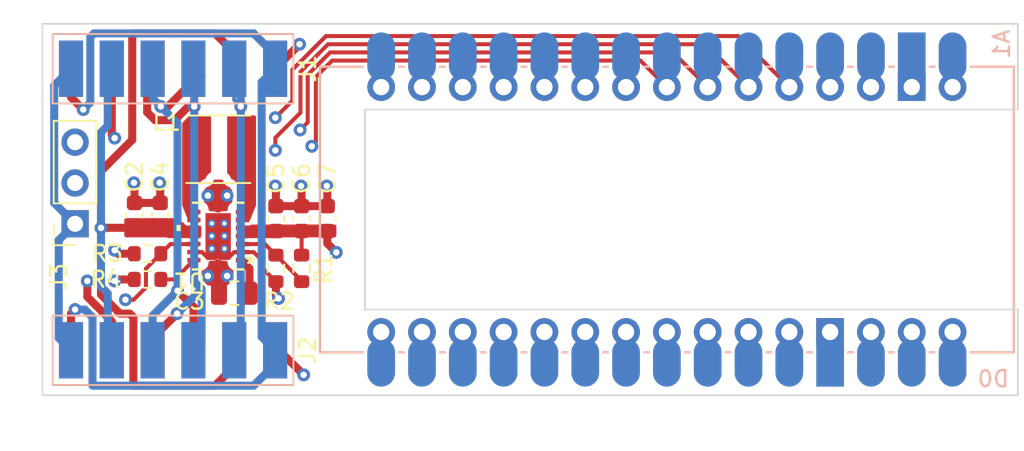
<source format=kicad_pcb>
(kicad_pcb (version 20221018) (generator pcbnew)
  (layers (0 "F.Cu" signal) (1 "In1.Cu" signal) (2 "In2.Cu" signal) (31 "B.Cu" signal) (34 "B.Paste" user) (35 "F.Paste" user) (36 "B.SilkS" user "B.Silkscreen") (37 "F.SilkS" user "F.Silkscreen") (38 "B.Mask" user) (39 "F.Mask" user) (44 "Edge.Cuts" user))
  (net 0 "")
  (net 6 "SDA")
  (net 7 "SCL")
  (net 24 "GND")
  (net 27 "Net-(U1-VINA)")
  (net 28 "Net-(L1-Pad1)")
  (net 29 "Net-(L1-Pad2)")
  (net 30 "Net-(U1-FB)")
  (net 31 "Net-(U1-PG)")
  (net 32 "Vbat")
  (net 33 "EN")
  (net 34 "A_SCL")
  (net 35 "A_SDA")
  (net 36 "Vcoin")
  (net 37 "Vcc")
  (footprint "Capacitor_SMD:C_0603_1608Metric" (layer "F.Cu") (at 124.5877 95.1786 90)
    (fp_text reference "C6" (at 2.5 0 90) (layer "F.SilkS"))
    (fp_text value "22uF")
    (fp_line (start -0.14058 -0.51) (end 0.14058 -0.51) (stroke (width 0.12)) (layer "F.SilkS"))
    (fp_line (start -0.14058 0.51) (end 0.14058 0.51) (stroke (width 0.12)) (layer "F.SilkS"))
    (pad "1" smd roundrect (at -0.775 0 90) (size 0.9 0.95) (layers "F.Cu" "F.Paste" "F.Mask") (net 37 "Vcc"))
    (pad "2" smd roundrect (at 0.775 0 90) (size 0.9 0.95) (layers "F.Cu" "F.Paste" "F.Mask") (net 24 "GND"))
  )
  (footprint "Capacitor_SMD:C_0805_2012Metric" (layer "F.Cu") (at 120.396 99.822 180)
    (fp_text reference "C3" (at 2.794 -0.508) (layer "F.SilkS"))
    (fp_text value "100nF")
    (fp_line (start -0.261252 -0.735) (end 0.261252 -0.735) (stroke (width 0.12)) (layer "F.SilkS"))
    (fp_line (start -0.261252 0.735) (end 0.261252 0.735) (stroke (width 0.12)) (layer "F.SilkS"))
    (pad "1" smd roundrect (at -0.95 0 180) (size 1 1.45) (layers "F.Cu" "F.Paste" "F.Mask") (net 27 "Net-(U1-VINA)"))
    (pad "2" smd roundrect (at 0.95 0 180) (size 1 1.45) (layers "F.Cu" "F.Paste" "F.Mask") (net 24 "GND"))
  )
  (footprint "Resistor_SMD:R_0603_1608Metric" (layer "F.Cu") (at 115.0003 97.366 180)
    (fp_text reference "R3" (at 2.5 0) (layer "F.SilkS"))
    (fp_text value "1M")
    (fp_line (start -0.237258 -0.5225) (end 0.237258 -0.5225) (stroke (width 0.12)) (layer "F.SilkS"))
    (fp_line (start -0.237258 0.5225) (end 0.237258 0.5225) (stroke (width 0.12)) (layer "F.SilkS"))
    (pad "1" smd roundrect (at -0.825 0 180) (size 0.8 0.95) (layers "F.Cu" "F.Paste" "F.Mask") (net 33 "EN"))
    (pad "2" smd roundrect (at 0.825 0 180) (size 0.8 0.95) (layers "F.Cu" "F.Paste" "F.Mask") (net 24 "GND"))
  )
  (footprint "Portapack_Mayhem:External Module" (layer "F.Cu") (at 117.856 85.852)
    (fp_text reference "J1" (at 7.112 0 90) (layer "F.SilkS"))
    (fp_text value "Conn_01x06")
    (fp_line (start -8.763 2.159) (end -8.763 -2.159) (stroke (width 0.12)) (layer "B.SilkS"))
    (fp_line (start 6.223 -2.159) (end -8.763 -2.159) (stroke (width 0.12)) (layer "B.SilkS"))
    (fp_line (start 6.223 2.159) (end -8.763 2.159) (stroke (width 0.12)) (layer "B.SilkS"))
    (fp_line (start 6.223 2.159) (end 6.223 -2.159) (stroke (width 0.12)) (layer "B.SilkS"))
    (fp_line (start -8.763 -2.159) (end 6.223 -2.159) (stroke (width 0.12)) (layer "F.SilkS"))
    (fp_line (start -8.763 2.159) (end -8.763 -2.159) (stroke (width 0.12)) (layer "F.SilkS"))
    (fp_line (start -8.763 2.159) (end 6.223 2.159) (stroke (width 0.12)) (layer "F.SilkS"))
    (fp_line (start 6.223 2.159) (end 6.223 -2.159) (stroke (width 0.12)) (layer "F.SilkS"))
    (pad "1" smd rect (at -7.62 0) (size 1.5 3.5) (layers "B.Cu" "B.Paste" "B.Mask") (net 24 "GND"))
    (pad "1" smd rect (at 5.08 0) (size 1.5 3.5) (layers "F.Cu" "F.Paste" "F.Mask") (net 24 "GND"))
    (pad "2" smd rect (at -5.08 0) (size 1.5 3.5) (layers "B.Cu" "B.Paste" "B.Mask") (net 32 "Vbat"))
    (pad "2" smd rect (at 2.54 0) (size 1.5 3.5) (layers "F.Cu" "F.Paste" "F.Mask") (net 32 "Vbat"))
    (pad "3" smd rect (at -2.54 0) (size 1.5 3.5) (layers "B.Cu" "B.Paste" "B.Mask") (net 7 "SCL"))
    (pad "3" smd rect (at 0 0) (size 1.5 3.5) (layers "F.Cu" "F.Paste" "F.Mask") (net 7 "SCL"))
    (pad "4" smd rect (at -2.54 0) (size 1.5 3.5) (layers "F.Cu" "F.Paste" "F.Mask") (net 6 "SDA"))
    (pad "4" smd rect (at 0 0) (size 1.5 3.5) (layers "B.Cu" "B.Paste" "B.Mask") (net 6 "SDA"))
    (pad "5" smd rect (at -5.08 0) (size 1.5 3.5) (layers "F.Cu" "F.Paste" "F.Mask") (net 33 "EN"))
    (pad "5" smd rect (at 2.54 0) (size 1.5 3.5) (layers "B.Cu" "B.Paste" "B.Mask") (net 33 "EN"))
    (pad "6" smd rect (at -7.62 0) (size 1.5 3.5) (layers "F.Cu" "F.Paste" "F.Mask") (net 36 "Vcoin"))
    (pad "6" smd rect (at 5.08 0) (size 1.5 3.5) (layers "B.Cu" "B.Paste" "B.Mask") (net 36 "Vcoin"))
  )
  (footprint "Capacitor_SMD:C_0603_1608Metric" (layer "F.Cu") (at 126.1877 95.1786 90)
    (fp_text reference "C7" (at 2.5 0 90) (layer "F.SilkS"))
    (fp_text value "22uF")
    (fp_line (start -0.14058 -0.51) (end 0.14058 -0.51) (stroke (width 0.12)) (layer "F.SilkS"))
    (fp_line (start -0.14058 0.51) (end 0.14058 0.51) (stroke (width 0.12)) (layer "F.SilkS"))
    (pad "1" smd roundrect (at -0.775 0 90) (size 0.9 0.95) (layers "F.Cu" "F.Paste" "F.Mask") (net 37 "Vcc"))
    (pad "2" smd roundrect (at 0.775 0 90) (size 0.9 0.95) (layers "F.Cu" "F.Paste" "F.Mask") (net 24 "GND"))
  )
  (footprint "Resistor_SMD:R_0603_1608Metric" (layer "F.Cu") (at 115.0003 98.966)
    (fp_text reference "R4" (at -2.6 0) (layer "F.SilkS"))
    (fp_text value "1M")
    (fp_line (start -0.237258 -0.5225) (end 0.237258 -0.5225) (stroke (width 0.12)) (layer "F.SilkS"))
    (fp_line (start -0.237258 0.5225) (end 0.237258 0.5225) (stroke (width 0.12)) (layer "F.SilkS"))
    (pad "1" smd roundrect (at -0.825 0) (size 0.8 0.95) (layers "F.Cu" "F.Paste" "F.Mask") (net 37 "Vcc"))
    (pad "2" smd roundrect (at 0.825 0) (size 0.8 0.95) (layers "F.Cu" "F.Paste" "F.Mask") (net 31 "Net-(U1-PG)"))
  )
  (footprint "Portapack_Mayhem:External Module" (layer "F.Cu") (at 117.856 103.378)
    (fp_text reference "J2" (at 7.112 0 90) (layer "F.SilkS"))
    (fp_text value "Conn_01x06")
    (fp_line (start -8.763 2.159) (end -8.763 -2.159) (stroke (width 0.12)) (layer "B.SilkS"))
    (fp_line (start 6.223 -2.159) (end -8.763 -2.159) (stroke (width 0.12)) (layer "B.SilkS"))
    (fp_line (start 6.223 2.159) (end -8.763 2.159) (stroke (width 0.12)) (layer "B.SilkS"))
    (fp_line (start 6.223 2.159) (end 6.223 -2.159) (stroke (width 0.12)) (layer "B.SilkS"))
    (fp_line (start -8.763 -2.159) (end 6.223 -2.159) (stroke (width 0.12)) (layer "F.SilkS"))
    (fp_line (start -8.763 2.159) (end -8.763 -2.159) (stroke (width 0.12)) (layer "F.SilkS"))
    (fp_line (start -8.763 2.159) (end 6.223 2.159) (stroke (width 0.12)) (layer "F.SilkS"))
    (fp_line (start 6.223 2.159) (end 6.223 -2.159) (stroke (width 0.12)) (layer "F.SilkS"))
    (pad "1" smd rect (at -7.62 0) (size 1.5 3.5) (layers "B.Cu" "B.Paste" "B.Mask") (net 24 "GND"))
    (pad "1" smd rect (at 5.08 0) (size 1.5 3.5) (layers "F.Cu" "F.Paste" "F.Mask") (net 24 "GND"))
    (pad "2" smd rect (at -5.08 0) (size 1.5 3.5) (layers "B.Cu" "B.Paste" "B.Mask") (net 32 "Vbat"))
    (pad "2" smd rect (at 2.54 0) (size 1.5 3.5) (layers "F.Cu" "F.Paste" "F.Mask") (net 32 "Vbat"))
    (pad "3" smd rect (at -2.54 0) (size 1.5 3.5) (layers "B.Cu" "B.Paste" "B.Mask") (net 7 "SCL"))
    (pad "3" smd rect (at 0 0) (size 1.5 3.5) (layers "F.Cu" "F.Paste" "F.Mask") (net 7 "SCL"))
    (pad "4" smd rect (at -2.54 0) (size 1.5 3.5) (layers "F.Cu" "F.Paste" "F.Mask") (net 6 "SDA"))
    (pad "4" smd rect (at 0 0) (size 1.5 3.5) (layers "B.Cu" "B.Paste" "B.Mask") (net 6 "SDA"))
    (pad "5" smd rect (at -5.08 0) (size 1.5 3.5) (layers "F.Cu" "F.Paste" "F.Mask") (net 33 "EN"))
    (pad "5" smd rect (at 2.54 0) (size 1.5 3.5) (layers "B.Cu" "B.Paste" "B.Mask") (net 33 "EN"))
    (pad "6" smd rect (at -7.62 0) (size 1.5 3.5) (layers "F.Cu" "F.Paste" "F.Mask") (net 36 "Vcoin"))
    (pad "6" smd rect (at 5.08 0) (size 1.5 3.5) (layers "B.Cu" "B.Paste" "B.Mask") (net 36 "Vcoin"))
  )
  (footprint "Inductor_SMD:L_Taiyo-Yuden_NR-40xx" (layer "F.Cu") (at 119.404 90.866)
    (fp_text reference "L1" (at -3.2073 -1.6734) (layer "F.SilkS"))
    (fp_text value "1.5uH" hide)
    (fp_line (start -2 -2.1) (end 2 -2.1) (stroke (width 0.12)) (layer "F.SilkS"))
    (fp_line (start -2 2.1) (end 2 2.1) (stroke (width 0.12)) (layer "F.SilkS"))
    (pad "1" smd rect (at -1.4 0) (size 1.2 3.7) (layers "F.Cu" "F.Paste" "F.Mask") (net 28 "Net-(L1-Pad1)"))
    (pad "2" smd rect (at 1.4 0) (size 1.2 3.7) (layers "F.Cu" "F.Paste" "F.Mask") (net 29 "Net-(L1-Pad2)"))
  )
  (footprint "Resistor_SMD:R_0603_1608Metric" (layer "F.Cu") (at 124.5877 98.2786 -90)
    (fp_text reference "R1" (at 0.0194 -1.3963 90) (layer "F.SilkS"))
    (fp_text value "1M")
    (fp_line (start -0.237258 -0.5225) (end 0.237258 -0.5225) (stroke (width 0.12)) (layer "F.SilkS"))
    (fp_line (start -0.237258 0.5225) (end 0.237258 0.5225) (stroke (width 0.12)) (layer "F.SilkS"))
    (pad "1" smd roundrect (at -0.825 0 270) (size 0.8 0.95) (layers "F.Cu" "F.Paste" "F.Mask") (net 37 "Vcc"))
    (pad "2" smd roundrect (at 0.825 0 270) (size 0.8 0.95) (layers "F.Cu" "F.Paste" "F.Mask") (net 30 "Net-(U1-FB)"))
  )
  (footprint "Capacitor_SMD:C_0603_1608Metric" (layer "F.Cu") (at 115.7877 94.9786 90)
    (fp_text reference "C4" (at 2.4 0 90) (layer "F.SilkS"))
    (fp_text value "10uF")
    (fp_line (start -0.14058 -0.51) (end 0.14058 -0.51) (stroke (width 0.12)) (layer "F.SilkS"))
    (fp_line (start -0.14058 0.51) (end 0.14058 0.51) (stroke (width 0.12)) (layer "F.SilkS"))
    (pad "1" smd roundrect (at -0.775 0 90) (size 0.9 0.95) (layers "F.Cu" "F.Paste" "F.Mask") (net 32 "Vbat"))
    (pad "2" smd roundrect (at 0.775 0 90) (size 0.9 0.95) (layers "F.Cu" "F.Paste" "F.Mask") (net 24 "GND"))
  )
  (footprint "TPS63020:DSJ14_2P85X1P58" (layer "F.Cu") (at 119.394 96.266 180)
    (fp_text reference "U1" (at 1.792 -2.794 180 unlocked) (layer "F.SilkS"))
    (fp_text value "TPS63020DSJR")
    (fp_text user "*" (at -2.018 -1.778) (layer "F.SilkS"))
    (fp_line (start -1.574999 2.075) (end -1.11002 2.075) (stroke (width 0.1524)) (layer "F.SilkS"))
    (fp_line (start -1.11002 -2.075) (end -1.574999 -2.075) (stroke (width 0.1524)) (layer "F.SilkS"))
    (fp_line (start 1.11002 2.075) (end 1.574999 2.075) (stroke (width 0.1524)) (layer "F.SilkS"))
    (fp_line (start 1.574999 -2.075) (end 1.11002 -2.075) (stroke (width 0.1524)) (layer "F.SilkS"))
    (fp_poly (pts (xy 2.590998 0.309499) (xy 2.590998 0.690499) (xy 2.336998 0.690499) (xy 2.336998 0.309499)) (fill solid) (layer "F.SilkS"))
    (pad "1" smd rect (at -1.51 -1.5 180) (size 0.82 0.28) (layers "F.Cu" "F.Mask") (net 27 "Net-(U1-VINA)"))
    (pad "2" smd rect (at -1.51 -1.000001 180) (size 0.82 0.28) (layers "F.Cu" "F.Mask") (net 24 "GND"))
    (pad "3" smd rect (at -1.51 -0.499999 180) (size 0.82 0.28) (layers "F.Cu" "F.Mask") (net 30 "Net-(U1-FB)"))
    (pad "4" smd rect (at -1.51 0 180) (size 0.82 0.28) (layers "F.Cu" "F.Mask") (net 37 "Vcc"))
    (pad "5" smd rect (at -1.51 0.500002 180) (size 0.82 0.28) (layers "F.Cu" "F.Mask") (net 37 "Vcc"))
    (pad "6" smd rect (at -1.51 1.000001 180) (size 0.82 0.28) (layers "F.Cu" "F.Mask") (net 29 "Net-(L1-Pad2)"))
    (pad "7" smd rect (at -1.51 1.5 180) (size 0.82 0.28) (layers "F.Cu" "F.Mask") (net 29 "Net-(L1-Pad2)"))
    (pad "8" smd rect (at 1.51 1.5 180) (size 0.82 0.28) (layers "F.Cu" "F.Mask") (net 28 "Net-(L1-Pad1)"))
    (pad "9" smd rect (at 1.51 1.000001 180) (size 0.82 0.28) (layers "F.Cu" "F.Mask") (net 28 "Net-(L1-Pad1)"))
    (pad "10" smd rect (at 1.51 0.499999 180) (size 0.82 0.28) (layers "F.Cu" "F.Mask") (net 32 "Vbat"))
    (pad "11" smd rect (at 1.51 0 180) (size 0.82 0.28) (layers "F.Cu" "F.Mask") (net 32 "Vbat"))
    (pad "12" smd rect (at 1.51 -0.500002 180) (size 0.82 0.28) (layers "F.Cu" "F.Mask") (net 33 "EN"))
    (pad "13" smd rect (at 1.51 -1.000001 180) (size 0.82 0.28) (layers "F.Cu" "F.Mask") (net 24 "GND"))
    (pad "14" smd rect (at 1.51 -1.5 180) (size 0.82 0.28) (layers "F.Cu" "F.Mask") (net 31 "Net-(U1-PG)"))
    (pad "15" smd rect (at 0 0 180) (size 1.58 2.849999) (layers "F.Cu") (net 24 "GND"))
    (pad "V" thru_hole circle (at -0.3937 -0.7874 180) (size 0.508 0.508) (drill 0.254) (layers "*.Cu" "*.Mask"))
    (pad "V" thru_hole circle (at -0.3937 0 180) (size 0.508 0.508) (drill 0.254) (layers "*.Cu" "*.Mask"))
    (pad "V" thru_hole circle (at -0.3937 0.7874 180) (size 0.508 0.508) (drill 0.254) (layers "*.Cu" "*.Mask"))
    (pad "V" thru_hole circle (at 0.3937 -0.7874 180) (size 0.508 0.508) (drill 0.254) (layers "*.Cu" "*.Mask"))
    (pad "V" thru_hole circle (at 0.3937 0 180) (size 0.508 0.508) (drill 0.254) (layers "*.Cu" "*.Mask"))
    (pad "V" thru_hole circle (at 0.3937 0.7874 180) (size 0.508 0.508) (drill 0.254) (layers "*.Cu" "*.Mask"))
  )
  (footprint "Connector_PinSocket_2.54mm:PinSocket_1x03_P2.54mm_Vertical" (layer "F.Cu") (at 110.49 95.504 180)
    (fp_text reference "J3" (at 1.016 -3.302 90) (layer "F.SilkS"))
    (fp_text value "Conn_01x03")
    (fp_line (start -1.33 1.27) (end -1.33 6.41) (stroke (width 0.12)) (layer "F.SilkS"))
    (fp_line (start -1.33 1.27) (end 1.33 1.27) (stroke (width 0.12)) (layer "F.SilkS"))
    (fp_line (start -1.33 6.41) (end 1.33 6.41) (stroke (width 0.12)) (layer "F.SilkS"))
    (fp_line (start 0 -1.33) (end 1.33 -1.33) (stroke (width 0.12)) (layer "F.SilkS"))
    (fp_line (start 1.33 -1.33) (end 1.33 0) (stroke (width 0.12)) (layer "F.SilkS"))
    (fp_line (start 1.33 1.27) (end 1.33 6.41) (stroke (width 0.12)) (layer "F.SilkS"))
    (pad "1" thru_hole rect (at 0 0 180) (size 1.7 1.7) (drill 1) (layers "*.Cu" "*.Mask") (net 24 "GND"))
    (pad "2" thru_hole oval (at 0 2.54 180) (size 1.7 1.7) (drill 1) (layers "*.Cu" "*.Mask") (net 34 "A_SCL"))
    (pad "3" thru_hole oval (at 0 5.08 180) (size 1.7 1.7) (drill 1) (layers "*.Cu" "*.Mask") (net 35 "A_SDA"))
  )
  (footprint "Capacitor_SMD:C_0603_1608Metric" (layer "F.Cu") (at 122.9877 95.1786 90)
    (fp_text reference "C5" (at 2.5 0 90) (layer "F.SilkS"))
    (fp_text value "22uF")
    (fp_line (start -0.14058 -0.51) (end 0.14058 -0.51) (stroke (width 0.12)) (layer "F.SilkS"))
    (fp_line (start -0.14058 0.51) (end 0.14058 0.51) (stroke (width 0.12)) (layer "F.SilkS"))
    (pad "1" smd roundrect (at -0.775 0 90) (size 0.9 0.95) (layers "F.Cu" "F.Paste" "F.Mask") (net 37 "Vcc"))
    (pad "2" smd roundrect (at 0.775 0 90) (size 0.9 0.95) (layers "F.Cu" "F.Paste" "F.Mask") (net 24 "GND"))
  )
  (footprint "Resistor_SMD:R_0603_1608Metric" (layer "F.Cu") (at 122.9877 98.2786 90)
    (fp_text reference "R2" (at -2.0514 0.2023) (layer "F.SilkS"))
    (fp_text value "180k")
    (fp_line (start -0.237258 -0.5225) (end 0.237258 -0.5225) (stroke (width 0.12)) (layer "F.SilkS"))
    (fp_line (start -0.237258 0.5225) (end 0.237258 0.5225) (stroke (width 0.12)) (layer "F.SilkS"))
    (pad "1" smd roundrect (at -0.825 0 90) (size 0.8 0.95) (layers "F.Cu" "F.Paste" "F.Mask") (net 24 "GND"))
    (pad "2" smd roundrect (at 0.825 0 90) (size 0.8 0.95) (layers "F.Cu" "F.Paste" "F.Mask") (net 30 "Net-(U1-FB)"))
  )
  (footprint "Capacitor_SMD:C_0603_1608Metric" (layer "F.Cu") (at 114.1877 94.9786 90)
    (fp_text reference "C2" (at 2.4 0 90) (layer "F.SilkS"))
    (fp_text value "10uF")
    (fp_line (start -0.14058 -0.51) (end 0.14058 -0.51) (stroke (width 0.12)) (layer "F.SilkS"))
    (fp_line (start -0.14058 0.51) (end 0.14058 0.51) (stroke (width 0.12)) (layer "F.SilkS"))
    (pad "1" smd roundrect (at -0.775 0 90) (size 0.9 0.95) (layers "F.Cu" "F.Paste" "F.Mask") (net 32 "Vbat"))
    (pad "2" smd roundrect (at 0.775 0 90) (size 0.9 0.95) (layers "F.Cu" "F.Paste" "F.Mask") (net 24 "GND"))
  )
  (footprint "arduino-library:Arduino_Nano_ESP32_Tile" (layer "B.Cu") (at 125.73 94.615 90)
    (fp_text reference "A1" (at 10.287 42.418 90) (layer "B.SilkS") (effects (justify mirror)))
    (fp_text value "Arduino_Nano_ESP32_Tile")
    (fp_text user "D0" (at -10.541 41.91 unlocked) (layer "B.SilkS") (effects (justify mirror)))
    (fp_line (start -8.89 0) (end 8.89 0) (stroke (width 0.15)) (layer "B.SilkS"))
    (fp_line (start -8.89 2.6924) (end -8.89 0) (stroke (width 0.15)) (layer "B.SilkS"))
    (fp_line (start -8.89 5.2324) (end -8.89 4.9276) (stroke (width 0.15)) (layer "B.SilkS"))
    (fp_line (start -8.89 7.7724) (end -8.89 7.4676) (stroke (width 0.15)) (layer "B.SilkS"))
    (fp_line (start -8.89 10.3124) (end -8.89 10.0076) (stroke (width 0.15)) (layer "B.SilkS"))
    (fp_line (start -8.89 12.8524) (end -8.89 12.5476) (stroke (width 0.15)) (layer "B.SilkS"))
    (fp_line (start -8.89 15.3924) (end -8.89 15.0876) (stroke (width 0.15)) (layer "B.SilkS"))
    (fp_line (start -8.89 17.9324) (end -8.89 17.6276) (stroke (width 0.15)) (layer "B.SilkS"))
    (fp_line (start -8.89 20.4724) (end -8.89 20.1676) (stroke (width 0.15)) (layer "B.SilkS"))
    (fp_line (start -8.89 23.0124) (end -8.89 22.7076) (stroke (width 0.15)) (layer "B.SilkS"))
    (fp_line (start -8.89 25.5524) (end -8.89 25.2476) (stroke (width 0.15)) (layer "B.SilkS"))
    (fp_line (start -8.89 28.0924) (end -8.89 27.7876) (stroke (width 0.15)) (layer "B.SilkS"))
    (fp_line (start -8.89 30.6324) (end -8.89 30.3276) (stroke (width 0.15)) (layer "B.SilkS"))
    (fp_line (start -8.89 33.1724) (end -8.89 32.8676) (stroke (width 0.15)) (layer "B.SilkS"))
    (fp_line (start -8.89 35.7124) (end -8.89 35.4076) (stroke (width 0.15)) (layer "B.SilkS"))
    (fp_line (start -8.89 38.2524) (end -8.89 37.9476) (stroke (width 0.15)) (layer "B.SilkS"))
    (fp_line (start -8.89 43.18) (end -8.89 40.4876) (stroke (width 0.15)) (layer "B.SilkS"))
    (fp_line (start -8.89 43.18) (end 8.89 43.18) (stroke (width 0.15)) (layer "B.SilkS"))
    (fp_line (start 8.89 2.6924) (end 8.89 0) (stroke (width 0.15)) (layer "B.SilkS"))
    (fp_line (start 8.89 5.2324) (end 8.89 4.9276) (stroke (width 0.15)) (layer "B.SilkS"))
    (fp_line (start 8.89 7.7724) (end 8.89 7.4676) (stroke (width 0.15)) (layer "B.SilkS"))
    (fp_line (start 8.89 10.3124) (end 8.89 10.0076) (stroke (width 0.15)) (layer "B.SilkS"))
    (fp_line (start 8.89 12.8524) (end 8.89 12.5476) (stroke (width 0.15)) (layer "B.SilkS"))
    (fp_line (start 8.89 15.3924) (end 8.89 15.0876) (stroke (width 0.15)) (layer "B.SilkS"))
    (fp_line (start 8.89 17.9324) (end 8.89 17.6276) (stroke (width 0.15)) (layer "B.SilkS"))
    (fp_line (start 8.89 20.4724) (end 8.89 20.1676) (stroke (width 0.15)) (layer "B.SilkS"))
    (fp_line (start 8.89 23.0124) (end 8.89 22.7076) (stroke (width 0.15)) (layer "B.SilkS"))
    (fp_line (start 8.89 25.5524) (end 8.89 25.2476) (stroke (width 0.15)) (layer "B.SilkS"))
    (fp_line (start 8.89 28.0924) (end 8.89 27.7876) (stroke (width 0.15)) (layer "B.SilkS"))
    (fp_line (start 8.89 30.6324) (end 8.89 30.3276) (stroke (width 0.15)) (layer "B.SilkS"))
    (fp_line (start 8.89 33.1724) (end 8.89 32.8676) (stroke (width 0.15)) (layer "B.SilkS"))
    (fp_line (start 8.89 35.7124) (end 8.89 35.4076) (stroke (width 0.15)) (layer "B.SilkS"))
    (fp_line (start 8.89 38.2524) (end 8.89 37.9476) (stroke (width 0.15)) (layer "B.SilkS"))
    (fp_line (start 8.89 43.18) (end 8.89 40.4876) (stroke (width 0.15)) (layer "B.SilkS"))
    (pad "" np_thru_hole circle (at -7.62 1.27 90) (size 1.8 1.8) (drill 1.8) (layers "F&B.Cu" "*.Mask"))
    (pad "" np_thru_hole circle (at -7.62 41.91 90) (size 1.8 1.8) (drill 1.8) (layers "F&B.Cu" "*.Mask"))
    (pad "" np_thru_hole circle (at 7.62 1.27 90) (size 1.8 1.8) (drill 1.8) (layers "F&B.Cu" "*.Mask"))
    (pad "" np_thru_hole circle (at 7.62 41.91 90) (size 1.8 1.8) (drill 1.8) (layers "F&B.Cu" "*.Mask"))
    (pad "3V3" thru_hole circle (at 7.62 6.35 90) (size 1.7272 1.7272) (drill 1.016) (layers "*.Cu" "*.Mask") (net 37 "Vcc"))
    (pad "3V3" smd oval (at 9.525 6.35 90) (size 2.9972 1.7272) (layers "B.Cu" "B.Paste" "B.Mask") (net 37 "Vcc"))
    (pad "5V" thru_hole circle (at 7.62 31.75 90) (size 1.7272 1.7272) (drill 1.016) (layers "*.Cu" "*.Mask"))
    (pad "5V" smd oval (at 9.525 31.75 90) (size 2.9972 1.7272) (layers "B.Cu" "B.Paste" "B.Mask"))
    (pad "A0" thru_hole circle (at 7.62 11.43 90) (size 1.7272 1.7272) (drill 1.016) (layers "*.Cu" "*.Mask"))
    (pad "A0" smd oval (at 9.525 11.43 90) (size 2.9972 1.7272) (layers "B.Cu" "B.Paste" "B.Mask"))
    (pad "A1" thru_hole circle (at 7.62 13.97 90) (size 1.7272 1.7272) (drill 1.016) (layers "*.Cu" "*.Mask"))
    (pad "A1" smd oval (at 9.525 13.97 90) (size 2.9972 1.7272) (layers "B.Cu" "B.Paste" "B.Mask"))
    (pad "A2" thru_hole circle (at 7.62 16.51 90) (size 1.7272 1.7272) (drill 1.016) (layers "*.Cu" "*.Mask"))
    (pad "A2" smd oval (at 9.525 16.51 90) (size 2.9972 1.7272) (layers "B.Cu" "B.Paste" "B.Mask"))
    (pad "A3" thru_hole circle (at 7.62 19.05 90) (size 1.7272 1.7272) (drill 1.016) (layers "*.Cu" "*.Mask"))
    (pad "A3" smd oval (at 9.525 19.05 90) (size 2.9972 1.7272) (layers "B.Cu" "B.Paste" "B.Mask"))
    (pad "A4" thru_hole circle (at 7.62 21.59 90) (size 1.7272 1.7272) (drill 1.016) (layers "*.Cu" "*.Mask") (net 6 "SDA"))
    (pad "A4" smd oval (at 9.525 21.59 90) (size 2.9972 1.7272) (layers "B.Cu" "B.Paste" "B.Mask") (net 6 "SDA"))
    (pad "A5" thru_hole circle (at 7.62 24.13 90) (size 1.7272 1.7272) (drill 1.016) (layers "*.Cu" "*.Mask") (net 7 "SCL"))
    (pad "A5" smd oval (at 9.525 24.13 90) (size 2.9972 1.7272) (layers "B.Cu" "B.Paste" "B.Mask") (net 7 "SCL"))
    (pad "A6" thru_hole circle (at 7.62 26.67 90) (size 1.7272 1.7272) (drill 1.016) (layers "*.Cu" "*.Mask") (net 35 "A_SDA"))
    (pad "A6" smd oval (at 9.525 26.67 90) (size 2.9972 1.7272) (layers "B.Cu" "B.Paste" "B.Mask") (net 35 "A_SDA"))
    (pad "A7" thru_hole circle (at 7.62 29.21 90) (size 1.7272 1.7272) (drill 1.016) (layers "*.Cu" "*.Mask") (net 34 "A_SCL"))
    (pad "A7" smd oval (at 9.525 29.21 90) (size 2.9972 1.7272) (layers "B.Cu" "B.Paste" "B.Mask") (net 34 "A_SCL"))
    (pad "B0" thru_hole circle (at 7.62 8.89 90) (size 1.7272 1.7272) (drill 1.016) (layers "*.Cu" "*.Mask"))
    (pad "B0" smd oval (at 9.525 8.89 90) (size 2.9972 1.7272) (layers "B.Cu" "B.Paste" "B.Mask"))
    (pad "B1" thru_hole circle (at 7.62 34.29 90) (size 1.7272 1.7272) (drill 1.016) (layers "*.Cu" "*.Mask"))
    (pad "B1" smd oval (at 9.525 34.29 90) (size 2.9972 1.7272) (layers "B.Cu" "B.Paste" "B.Mask"))
    (pad "D0" smd oval (at -9.525 36.83 90) (size 2.9972 1.7272) (layers "B.Cu" "B.Paste" "B.Mask"))
    (pad "D0" thru_hole circle (at -7.62 36.83 90) (size 1.7272 1.7272) (drill 1.016) (layers "*.Cu" "*.Mask"))
    (pad "D1" smd oval (at -9.525 39.37 90) (size 2.9972 1.7272) (layers "B.Cu" "B.Paste" "B.Mask"))
    (pad "D1" thru_hole circle (at -7.62 39.37 90) (size 1.7272 1.7272) (drill 1.016) (layers "*.Cu" "*.Mask"))
    (pad "D2" smd oval (at -9.525 29.21 90) (size 2.9972 1.7272) (layers "B.Cu" "B.Paste" "B.Mask"))
    (pad "D2" thru_hole circle (at -7.62 29.21 90) (size 1.7272 1.7272) (drill 1.016) (layers "*.Cu" "*.Mask"))
    (pad "D3" smd oval (at -9.525 26.67 90) (size 2.9972 1.7272) (layers "B.Cu" "B.Paste" "B.Mask"))
    (pad "D3" thru_hole circle (at -7.62 26.67 90) (size 1.7272 1.7272) (drill 1.016) (layers "*.Cu" "*.Mask"))
    (pad "D4" smd oval (at -9.525 24.13 90) (size 2.9972 1.7272) (layers "B.Cu" "B.Paste" "B.Mask"))
    (pad "D4" thru_hole circle (at -7.62 24.13 90) (size 1.7272 1.7272) (drill 1.016) (layers "*.Cu" "*.Mask"))
    (pad "D5" smd oval (at -9.525 21.59 90) (size 2.9972 1.7272) (layers "B.Cu" "B.Paste" "B.Mask"))
    (pad "D5" thru_hole circle (at -7.62 21.59 90) (size 1.7272 1.7272) (drill 1.016) (layers "*.Cu" "*.Mask"))
    (pad "D6" smd oval (at -9.525 19.05 90) (size 2.9972 1.7272) (layers "B.Cu" "B.Paste" "B.Mask"))
    (pad "D6" thru_hole circle (at -7.62 19.05 90) (size 1.7272 1.7272) (drill 1.016) (layers "*.Cu" "*.Mask"))
    (pad "D7" smd oval (at -9.525 16.51 90) (size 2.9972 1.7272) (layers "B.Cu" "B.Paste" "B.Mask"))
    (pad "D7" thru_hole circle (at -7.62 16.51 90) (size 1.7272 1.7272) (drill 1.016) (layers "*.Cu" "*.Mask"))
    (pad "D8" smd oval (at -9.525 13.97 90) (size 2.9972 1.7272) (layers "B.Cu" "B.Paste" "B.Mask"))
    (pad "D8" thru_hole circle (at -7.62 13.97 90) (size 1.7272 1.7272) (drill 1.016) (layers "*.Cu" "*.Mask"))
    (pad "D9" smd oval (at -9.525 11.43 90) (size 2.9972 1.7272) (layers "B.Cu" "B.Paste" "B.Mask"))
    (pad "D9" thru_hole circle (at -7.62 11.43 90) (size 1.7272 1.7272) (drill 1.016) (layers "*.Cu" "*.Mask"))
    (pad "D10" smd oval (at -9.525 8.89 90) (size 2.9972 1.7272) (layers "B.Cu" "B.Paste" "B.Mask"))
    (pad "D10" thru_hole circle (at -7.62 8.89 90) (size 1.7272 1.7272) (drill 1.016) (layers "*.Cu" "*.Mask"))
    (pad "D11" smd oval (at -9.525 6.35 90) (size 2.9972 1.7272) (layers "B.Cu" "B.Paste" "B.Mask"))
    (pad "D11" thru_hole circle (at -7.62 6.35 90) (size 1.7272 1.7272) (drill 1.016) (layers "*.Cu" "*.Mask"))
    (pad "D12" smd oval (at -9.525 3.81 90) (size 2.9972 1.7272) (layers "B.Cu" "B.Paste" "B.Mask"))
    (pad "D12" thru_hole circle (at -7.62 3.81 90) (size 1.7272 1.7272) (drill 1.016) (layers "*.Cu" "*.Mask"))
    (pad "D13" thru_hole circle (at 7.62 3.81 90) (size 1.7272 1.7272) (drill 1.016) (layers "*.Cu" "*.Mask"))
    (pad "D13" smd oval (at 9.525 3.81 90) (size 2.9972 1.7272) (layers "B.Cu" "B.Paste" "B.Mask"))
    (pad "GND1" smd rect (at -9.525 31.75 90) (size 2.9972 1.7272) (layers "B.Cu" "B.Paste" "B.Mask") (net 24 "GND"))
    (pad "GND1" thru_hole rect (at -7.62 31.75 90) (size 1.7272 1.7272) (drill 1.016) (layers "*.Cu" "*.Mask") (net 24 "GND"))
    (pad "GND2" thru_hole rect (at 7.62 36.83 90) (size 1.7272 1.7272) (drill 1.016) (layers "*.Cu" "*.Mask") (net 24 "GND"))
    (pad "GND2" smd rect (at 9.525 36.83 90) (size 2.9972 1.7272) (layers "B.Cu" "B.Paste" "B.Mask") (net 24 "GND"))
    (pad "RST" smd oval (at -9.525 34.29 90) (size 2.9972 1.7272) (layers "B.Cu" "B.Paste" "B.Mask"))
    (pad "RST" thru_hole circle (at -7.62 34.29 90) (size 1.7272 1.7272) (drill 1.016) (layers "*.Cu" "*.Mask"))
    (pad "VIN" thru_hole circle (at 7.62 39.37 90) (size 1.7272 1.7272) (drill 1.016) (layers "*.Cu" "*.Mask"))
    (pad "VIN" smd oval (at 9.525 39.37 90) (size 2.9972 1.7272) (layers "B.Cu" "B.Paste" "B.Mask"))
  )
  (gr_line (start 108.458 106.172) (end 108.458 83.058) (stroke (width 0.1)) (layer "Edge.Cuts"))
  (gr_line (start 128.524 88.392) (end 169.164 88.392) (stroke (width 0.1)) (layer "Edge.Cuts"))
  (gr_line (start 108.458 83.058) (end 169.164 83.058) (stroke (width 0.1)) (layer "Edge.Cuts"))
  (gr_line (start 169.164 106.172) (end 108.458 106.172) (stroke (width 0.1)) (layer "Edge.Cuts"))
  (gr_line (start 169.164 83.058) (end 169.164 88.392) (stroke (width 0.1)) (layer "Edge.Cuts"))
  (gr_line (start 169.164 100.838) (end 128.524 100.838) (stroke (width 0.1)) (layer "Edge.Cuts"))
  (gr_line (start 169.164 100.838) (end 169.164 106.172) (stroke (width 0.1)) (layer "Edge.Cuts"))
  (gr_line (start 128.524 100.838) (end 128.524 88.392) (stroke (width 0.1)) (layer "Edge.Cuts"))
  (segment (start 114.974 86.194) (end 114.974 88.558) (width 0.5) (layer "F.Cu") (net 6))
  (segment (start 125.476 86.36) (end 125.476 90.424) (width 0.25) (layer "F.Cu") (net 6))
  (segment (start 115.316 103.378) (end 115.316 102.61382) (width 0.5) (layer "F.Cu") (net 6))
  (segment (start 117.537998 88.202002) (end 117.9027 88.202002) (width 0.5) (layer "F.Cu") (net 6))
  (segment (start 145.669 85.344) (end 126.492 85.344) (width 0.25) (layer "F.Cu") (net 6))
  (segment (start 126.492 85.344) (end 125.476 86.36) (width 0.25) (layer "F.Cu") (net 6))
  (segment (start 147.32 86.995) (end 145.669 85.344) (width 0.25) (layer "F.Cu") (net 6))
  (segment (start 116.687998 89.052002) (end 117.537998 88.202002) (width 0.5) (layer "F.Cu") (net 6))
  (segment (start 115.468002 89.052002) (end 116.687998 89.052002) (width 0.5) (layer "F.Cu") (net 6))
  (segment (start 115.316 85.852) (end 114.974 86.194) (width 0.5) (layer "F.Cu") (net 6))
  (segment (start 125.476 90.424) (end 125.222 90.678) (width 0.25) (layer "F.Cu") (net 6))
  (segment (start 115.316 102.61382) (end 116.839277 101.090543) (width 0.5) (layer "F.Cu") (net 6))
  (segment (start 114.974 88.558) (end 115.468002 89.052002) (width 0.5) (layer "F.Cu") (net 6))
  (via (at 116.839277 101.090543) (size 0.8) (drill 0.4) (layers "F.Cu" "B.Cu") (net 6))
  (via (at 117.9027 88.202002) (size 0.8) (drill 0.4) (layers "F.Cu" "B.Cu") (net 6))
  (via (at 125.222 90.678) (size 0.8) (drill 0.4) (layers "F.Cu" "B.Cu") (net 6))
  (segment (start 118.364 86.36) (end 117.9027 86.8213) (width 0.5) (layer "B.Cu") (net 6))
  (segment (start 116.839277 101.090543) (end 116.839277 101.086705) (width 0.5) (layer "B.Cu") (net 6))
  (segment (start 118.364 99.561982) (end 118.364 102.87) (width 0.5) (layer "B.Cu") (net 6))
  (segment (start 117.9027 99.100682) (end 118.364 99.561982) (width 0.5) (layer "B.Cu") (net 6))
  (segment (start 118.364 102.87) (end 117.856 103.378) (width 0.5) (layer "B.Cu") (net 6))
  (segment (start 117.9027 86.8213) (end 117.9027 99.100682) (width 0.5) (layer "B.Cu") (net 6))
  (segment (start 117.856 85.852) (end 118.364 86.36) (width 0.5) (layer "B.Cu") (net 6))
  (segment (start 116.839277 101.086705) (end 118.364 99.561982) (width 0.5) (layer "B.Cu") (net 6))
  (segment (start 117.856 100.659203) (end 116.864873 99.668076) (width 0.5) (layer "F.Cu") (net 7))
  (segment (start 147.701 84.836) (end 126.363604 84.836) (width 0.25) (layer "F.Cu") (net 7))
  (segment (start 149.86 86.995) (end 147.701 84.836) (width 0.25) (layer "F.Cu") (net 7))
  (segment (start 117.856 86.614) (end 117.856 85.852) (width 0.5) (layer "F.Cu") (net 7))
  (segment (start 116.267998 88.202002) (end 117.856 86.614) (width 0.5) (layer "F.Cu") (net 7))
  (segment (start 126.363604 84.836) (end 124.968 86.231604) (width 0.25) (layer "F.Cu") (net 7))
  (segment (start 124.968 89.191) (end 124.497 89.662) (width 0.25) (layer "F.Cu") (net 7))
  (segment (start 124.968 86.231604) (end 124.968 89.191) (width 0.25) (layer "F.Cu") (net 7))
  (segment (start 117.856 103.378) (end 117.856 100.659203) (width 0.5) (layer "F.Cu") (net 7))
  (segment (start 115.824 88.202002) (end 116.267998 88.202002) (width 0.5) (layer "F.Cu") (net 7))
  (via (at 116.864873 99.668076) (size 0.8) (drill 0.4) (layers "F.Cu" "B.Cu") (net 7))
  (via (at 115.824 88.202002) (size 0.8) (drill 0.4) (layers "F.Cu" "B.Cu") (net 7))
  (via (at 124.497 89.662) (size 0.8) (drill 0.4) (layers "F.Cu" "B.Cu") (net 7))
  (segment (start 116.864873 99.668076) (end 115.316 101.216949) (width 0.5) (layer "B.Cu") (net 7))
  (segment (start 115.824 88.202002) (end 115.316 87.694002) (width 0.5) (layer "B.Cu") (net 7))
  (segment (start 115.316 101.216949) (end 115.316 103.378) (width 0.5) (layer "B.Cu") (net 7))
  (segment (start 115.316 87.694002) (end 115.316 85.852) (width 0.5) (layer "B.Cu") (net 7))
  (segment (start 116.864873 89.242875) (end 116.864873 99.668076) (width 0.5) (layer "B.Cu") (net 7))
  (segment (start 115.824 88.202002) (end 116.864873 89.242875) (width 0.5) (layer "B.Cu") (net 7))
  (segment (start 114.1753 97.366) (end 113.1701 97.366) (width 0.5) (layer "F.Cu") (net 24))
  (segment (start 119.446 99.822) (end 119.446 99.2553) (width 0.5) (layer "F.Cu") (net 24))
  (segment (start 126.1877 94.4036) (end 122.9877 94.4036) (width 0.5) (layer "F.Cu") (net 24))
  (segment (start 117.884 97.266001) (end 118.394071 97.266001) (width 0.25) (layer "F.Cu") (net 24))
  (segment (start 124.5877 94.4036) (end 124.5877 93.1836) (width 0.5) (layer "F.Cu") (net 24))
  (segment (start 119.446 99.822) (end 119.446 99.4419) (width 0.5) (layer "F.Cu") (net 24))
  (segment (start 118.394071 97.266001) (end 118.76047 97.6324) (width 0.25) (layer "F.Cu") (net 24))
  (segment (start 119.446 99.2553) (end 119.9527 98.7486) (width 0.5) (layer "F.Cu") (net 24))
  (segment (start 122.936 85.852) (end 124.46 84.328) (width 0.5) (layer "F.Cu") (net 24))
  (segment (start 115.7877 92.9836) (end 115.7527 92.9486) (width 0.5) (layer "F.Cu") (net 24))
  (segment (start 120.904 97.266001) (end 120.393929 97.266001) (width 0.25) (layer "F.Cu") (net 24))
  (segment (start 122.936 103.378) (end 123.19 103.378) (width 0.5) (layer "F.Cu") (net 24))
  (segment (start 114.1877 92.9836) (end 114.1527 92.9486) (width 0.5) (layer "F.Cu") (net 24))
  (segment (start 119.24013 97.6324) (end 119.394 97.47853) (width 0.25) (layer "F.Cu") (net 24))
  (segment (start 119.54787 97.6324) (end 119.394 97.47853) (width 0.25) (layer "F.Cu") (net 24))
  (segment (start 124.5877 93.1836) (end 124.5527 93.1486) (width 0.5) (layer "F.Cu") (net 24))
  (segment (start 115.7877 94.2036) (end 115.7877 92.9836) (width 0.5) (layer "F.Cu") (net 24))
  (segment (start 122.9877 94.4036) (end 122.9877 93.1836) (width 0.5) (layer "F.Cu") (net 24))
  (segment (start 122.9877 93.1836) (end 122.9527 93.1486) (width 0.5) (layer "F.Cu") (net 24))
  (segment (start 120.393929 97.266001) (end 120.02753 97.6324) (width 0.25) (layer "F.Cu") (net 24))
  (segment (start 114.1877 94.2036) (end 115.7877 94.2036) (width 0.5) (layer "F.Cu") (net 24))
  (segment (start 118.76047 97.6324) (end 119.24013 97.6324) (width 0.25) (layer "F.Cu") (net 24))
  (segment (start 121.604001 97.266001) (end 122.0003 97.6623) (width 0.25) (layer "F.Cu") (net 24))
  (segment (start 120.02753 97.6324) (end 119.54787 97.6324) (width 0.25) (layer "F.Cu") (net 24))
  (segment (start 122.9877 99.1036) (end 122.9877 99.9836) (width 0.5) (layer "F.Cu") (net 24))
  (segment (start 119.446 99.4419) (end 118.7527 98.7486) (width 0.5) (layer "F.Cu") (net 24))
  (segment (start 126.1877 94.4036) (end 126.1877 93.1836) (width 0.5) (layer "F.Cu") (net 24))
  (segment (start 114.1877 94.2036) (end 114.1877 92.9836) (width 0.5) (layer "F.Cu") (net 24))
  (segment (start 122.9877 99.9836) (end 123.1527 100.1486) (width 0.5) (layer "F.Cu") (net 24))
  (segment (start 120.904 97.266001) (end 121.604001 97.266001) (width 0.25) (layer "F.Cu") (net 24))
  (segment (start 123.19 103.378) (end 124.714 104.902) (width 0.5) (layer "F.Cu") (net 24))
  (segment (start 122.0003 97.6623) (end 122.0003 98.1162) (width 0.25) (layer "F.Cu") (net 24))
  (segment (start 126.1877 93.1836) (end 126.1527 93.1486) (width 0.5) (layer "F.Cu") (net 24))
  (segment (start 122.0003 98.1162) (end 122.9877 99.1036) (width 0.25) (layer "F.Cu") (net 24))
  (segment (start 113.1701 97.366) (end 112.9527 97.1486) (width 0.5) (layer "F.Cu") (net 24))
  (via (at 119.9527 98.7486) (size 0.8) (drill 0.4) (layers "F.Cu" "B.Cu") (net 24))
  (via (at 118.7527 93.7486) (size 0.8) (drill 0.4) (layers "F.Cu" "B.Cu") (net 24))
  (via (at 119.9527 93.7486) (size 0.8) (drill 0.4) (layers "F.Cu" "B.Cu") (net 24))
  (via (at 112.9527 97.1486) (size 0.8) (drill 0.4) (layers "F.Cu" "B.Cu") (net 24))
  (via (at 124.714 104.902) (size 0.8) (drill 0.4) (layers "F.Cu" "B.Cu") (net 24))
  (via (at 124.5527 93.1486) (size 0.8) (drill 0.4) (layers "F.Cu" "B.Cu") (net 24))
  (via (at 118.7527 98.7486) (size 0.8) (drill 0.4) (layers "F.Cu" "B.Cu") (net 24))
  (via (at 114.1527 92.9486) (size 0.8) (drill 0.4) (layers "F.Cu" "B.Cu") (net 24))
  (via (at 123.1527 100.1486) (size 0.8) (drill 0.4) (layers "F.Cu" "B.Cu") (net 24))
  (via (at 115.7527 92.9486) (size 0.8) (drill 0.4) (layers "F.Cu" "B.Cu") (net 24))
  (via (at 122.9527 93.1486) (size 0.8) (drill 0.4) (layers "F.Cu" "B.Cu") (net 24))
  (via (at 124.46 84.328) (size 0.8) (drill 0.4) (layers "F.Cu" "B.Cu") (net 24))
  (via (at 126.1527 93.1486) (size 0.8) (drill 0.4) (layers "F.Cu" "B.Cu") (net 24))
  (segment (start 110.236 103.378) (end 109.474 102.616) (width 0.5) (layer "B.Cu") (net 24))
  (segment (start 109.474 102.616) (end 109.474 96.52) (width 0.5) (layer "B.Cu") (net 24))
  (segment (start 109.19 94.204) (end 110.49 95.504) (width 0.5) (layer "B.Cu") (net 24))
  (segment (start 110.236 85.852) (end 109.19 86.898) (width 0.5) (layer "B.Cu") (net 24))
  (segment (start 109.474 96.52) (end 110.49 95.504) (width 0.5) (layer "B.Cu") (net 24))
  (segment (start 109.19 86.898) (end 109.19 94.204) (width 0.5) (layer "B.Cu") (net 24))
  (segment (start 121.346 99.822) (end 121.346 98.298001) (width 0.5) (layer "F.Cu") (net 27))
  (segment (start 121.346 98.298001) (end 120.904 97.856001) (width 0.5) (layer "F.Cu") (net 27))
  (segment (start 117.884 90.986) (end 118.004 90.866) (width 0.25) (layer "F.Cu") (net 28))
  (segment (start 117.884 95.265999) (end 117.884 90.986) (width 0.25) (layer "F.Cu") (net 28))
  (segment (start 120.904 90.966) (end 120.804 90.866) (width 0.25) (layer "F.Cu") (net 29))
  (segment (start 120.904 95.265999) (end 120.904 90.966) (width 0.25) (layer "F.Cu") (net 29))
  (segment (start 124.5877 99.1036) (end 124.5877 99.0536) (width 0.25) (layer "F.Cu") (net 30))
  (segment (start 122.300099 96.765999) (end 122.9877 97.4536) (width 0.25) (layer "F.Cu") (net 30))
  (segment (start 120.904 96.765999) (end 122.300099 96.765999) (width 0.25) (layer "F.Cu") (net 30))
  (segment (start 124.5877 99.0536) (end 122.9877 97.4536) (width 0.25) (layer "F.Cu") (net 30))
  (segment (start 115.8253 98.966) (end 116.684 98.966) (width 0.25) (layer "F.Cu") (net 31))
  (segment (start 116.684 98.966) (end 117.884 97.766) (width 0.25) (layer "F.Cu") (net 31))
  (segment (start 113.89 101.092) (end 113.284 101.092) (width 0.5) (layer "F.Cu") (net 32))
  (segment (start 114.116 105.578) (end 114.116 101.318) (width 0.5) (layer "F.Cu") (net 32))
  (segment (start 114.1877 95.7536) (end 112.1071 95.7536) (width 0.5) (layer "F.Cu") (net 32))
  (segment (start 112.1027 92.222082) (end 112.1027 95.758) (width 0.5) (layer "F.Cu") (net 32))
  (segment (start 113.284 101.092) (end 112.1027 99.9107) (width 0.5) (layer "F.Cu") (net 32))
  (segment (start 120.396 103.378) (end 120.396 104.378) (width 0.5) (layer "F.Cu") (net 32))
  (segment (start 116.3001 96.266) (end 115.7877 95.7536) (width 0.25) (layer "F.Cu") (net 32))
  (segment (start 119.196 105.578) (end 114.116 105.578) (width 0.5) (layer "F.Cu") (net 32))
  (segment (start 114.200101 95.766001) (end 114.1877 95.7536) (width 0.25) (layer "F.Cu") (net 32))
  (segment (start 120.396 85.852) (end 120.396 84.852) (width 0.5) (layer "F.Cu") (net 32))
  (segment (start 119.196 83.652) (end 114.116 83.652) (width 0.5) (layer "F.Cu") (net 32))
  (segment (start 112.1071 95.7536) (end 112.1027 95.758) (width 0.5) (layer "F.Cu") (net 32))
  (segment (start 112.1027 99.9107) (end 112.1027 95.758) (width 0.5) (layer "F.Cu") (net 32))
  (segment (start 114.046 83.722) (end 114.046 90.278782) (width 0.5) (layer "F.Cu") (net 32))
  (segment (start 114.046 90.278782) (end 112.1027 92.222082) (width 0.5) (layer "F.Cu") (net 32))
  (segment (start 117.884 95.766001) (end 114.200101 95.766001) (width 0.25) (layer "F.Cu") (net 32))
  (segment (start 120.396 104.378) (end 119.196 105.578) (width 0.5) (layer "F.Cu") (net 32))
  (segment (start 114.116 101.318) (end 113.89 101.092) (width 0.5) (layer "F.Cu") (net 32))
  (segment (start 114.116 83.652) (end 114.046 83.722) (width 0.5) (layer "F.Cu") (net 32))
  (segment (start 117.884 96.266) (end 116.3001 96.266) (width 0.25) (layer "F.Cu") (net 32))
  (segment (start 120.396 84.852) (end 119.196 83.652) (width 0.5) (layer "F.Cu") (net 32))
  (via (at 112.1027 95.758) (size 0.8) (drill 0.4) (layers "F.Cu" "B.Cu") (net 32))
  (segment (start 112.1027 89.817918) (end 112.1027 95.758) (width 0.5) (layer "B.Cu") (net 32))
  (segment (start 112.522 89.398618) (end 112.1027 89.817918) (width 0.5) (layer "B.Cu") (net 32))
  (segment (start 112.776 85.852) (end 112.522 86.106) (width 0.5) (layer "B.Cu") (net 32))
  (segment (start 112.522 86.106) (end 112.522 89.398618) (width 0.5) (layer "B.Cu") (net 32))
  (segment (start 112.1027 95.758) (end 112.1027 99.412082) (width 0.5) (layer "B.Cu") (net 32))
  (segment (start 112.1027 99.412082) (end 112.522 99.831382) (width 0.5) (layer "B.Cu") (net 32))
  (segment (start 112.522 103.124) (end 112.776 103.378) (width 0.5) (layer "B.Cu") (net 32))
  (segment (start 112.522 99.831382) (end 112.522 103.124) (width 0.5) (layer "B.Cu") (net 32))
  (segment (start 116.425298 96.766002) (end 115.8253 97.366) (width 0.25) (layer "F.Cu") (net 33))
  (segment (start 111.252 100.04995) (end 112.776 101.57395) (width 0.5) (layer "F.Cu") (net 33))
  (segment (start 114.9003 99.464004) (end 114.9003 98.291) (width 0.25) (layer "F.Cu") (net 33))
  (segment (start 112.776 85.852) (end 112.776 89.9933) (width 0.5) (layer "F.Cu") (net 33))
  (segment (start 113.623876 100.229793) (end 114.134511 100.229793) (width 0.25) (layer "F.Cu") (net 33))
  (segment (start 112.776 101.57395) (end 112.776 103.378) (width 0.5) (layer "F.Cu") (net 33))
  (segment (start 114.134511 100.229793) (end 114.9003 99.464004) (width 0.25) (layer "F.Cu") (net 33))
  (segment (start 117.884 96.766002) (end 116.425298 96.766002) (width 0.25) (layer "F.Cu") (net 33))
  (segment (start 112.776 89.9933) (end 112.9527 90.17) (width 0.5) (layer "F.Cu") (net 33))
  (segment (start 114.9003 98.291) (end 115.8253 97.366) (width 0.25) (layer "F.Cu") (net 33))
  (segment (start 111.252 99.06) (end 111.252 100.04995) (width 0.5) (layer "F.Cu") (net 33))
  (via (at 120.8027 88.202002) (size 0.8) (drill 0.4) (layers "F.Cu" "B.Cu") (net 33))
  (via (at 111.252 99.06) (size 0.8) (drill 0.4) (layers "F.Cu" "B.Cu") (net 33))
  (via (at 112.9527 90.17) (size 0.8) (drill 0.4) (layers "F.Cu" "B.Cu") (net 33))
  (via (at 113.623876 100.229793) (size 0.8) (drill 0.4) (layers "F.Cu" "B.Cu") (net 33))
  (segment (start 120.8027 86.2587) (end 120.8027 102.9713) (width 0.5) (layer "B.Cu") (net 33))
  (segment (start 120.396 85.852) (end 120.8027 86.2587) (width 0.5) (layer "B.Cu") (net 33))
  (segment (start 120.8027 102.9713) (end 120.396 103.378) (width 0.5) (layer "B.Cu") (net 33))
  (segment (start 120.396 87.795302) (end 120.8027 88.202002) (width 0.25) (layer "B.Cu") (net 33))
  (segment (start 120.396 85.852) (end 120.396 87.795302) (width 0.25) (layer "B.Cu") (net 33))
  (segment (start 154.94 86.995) (end 151.765 83.82) (width 0.25) (layer "F.Cu") (net 34))
  (segment (start 151.765 83.82) (end 126.106812 83.82) (width 0.25) (layer "F.Cu") (net 34))
  (segment (start 124.011 85.915812) (end 124.011 87.8417) (width 0.25) (layer "F.Cu") (net 34))
  (segment (start 124.011 87.8417) (end 122.9527 88.9) (width 0.25) (layer "F.Cu") (net 34))
  (segment (start 125.410406 84.516406) (end 124.011 85.915812) (width 0.25) (layer "F.Cu") (net 34))
  (segment (start 126.106812 83.82) (end 125.410406 84.516406) (width 0.25) (layer "F.Cu") (net 34))
  (via (at 122.9527 88.9) (size 0.8) (drill 0.4) (layers "F.Cu" "B.Cu") (net 34))
  (segment (start 124.518 88.588) (end 124.518 86.045208) (width 0.25) (layer "F.Cu") (net 35))
  (segment (start 126.235208 84.328) (end 149.733 84.328) (width 0.25) (layer "F.Cu") (net 35))
  (segment (start 122.9527 90.932) (end 122.9527 90.1533) (width 0.25) (layer "F.Cu") (net 35))
  (segment (start 149.733 84.328) (end 152.4 86.995) (width 0.25) (layer "F.Cu") (net 35))
  (segment (start 122.9527 90.1533) (end 124.518 88.588) (width 0.25) (layer "F.Cu") (net 35))
  (segment (start 124.518 86.045208) (end 126.235208 84.328) (width 0.25) (layer "F.Cu") (net 35))
  (via (at 122.9527 90.932) (size 0.8) (drill 0.4) (layers "F.Cu" "B.Cu") (net 35))
  (segment (start 110.236 101.092) (end 110.49 100.838) (width 0.5) (layer "F.Cu") (net 36))
  (segment (start 110.236 85.852) (end 110.236 87.63) (width 0.5) (layer "F.Cu") (net 36))
  (segment (start 110.236 103.378) (end 110.236 101.092) (width 0.5) (layer "F.Cu") (net 36))
  (segment (start 110.236 104.394525) (end 110.236 103.378) (width 0.5) (layer "F.Cu") (net 36))
  (segment (start 110.236 87.63) (end 110.998 88.392) (width 0.5) (layer "F.Cu") (net 36))
  (via (at 110.49 100.838) (size 0.8) (drill 0.4) (layers "F.Cu" "B.Cu") (net 36))
  (via (at 110.998 88.392) (size 0.8) (drill 0.4) (layers "F.Cu" "B.Cu") (net 36))
  (segment (start 121.596 83.652) (end 122.936 84.992) (width 0.5) (layer "B.Cu") (net 36))
  (segment (start 111.576 105.562525) (end 111.591475 105.578) (width 0.5) (layer "B.Cu") (net 36))
  (segment (start 111.67 83.652) (end 121.596 83.652) (width 0.5) (layer "B.Cu") (net 36))
  (segment (start 121.596 105.578) (end 122.936 104.238) (width 0.5) (layer "B.Cu") (net 36))
  (segment (start 122.936 84.992) (end 122.936 85.852) (width 0.5) (layer "B.Cu") (net 36))
  (segment (start 111.591475 105.578) (end 121.596 105.578) (width 0.5) (layer "B.Cu") (net 36))
  (segment (start 111.096 100.838) (end 111.576 101.318) (width 0.5) (layer "B.Cu") (net 36))
  (segment (start 110.998 88.392) (end 111.436 87.954) (width 0.5) (layer "B.Cu") (net 36))
  (segment (start 122.936 85.852) (end 122.1027 86.6853) (width 0.5) (layer "B.Cu") (net 36))
  (segment (start 110.49 100.838) (end 111.096 100.838) (width 0.5) (layer "B.Cu") (net 36))
  (segment (start 111.576 101.318) (end 111.576 105.562525) (width 0.5) (layer "B.Cu") (net 36))
  (segment (start 122.1027 86.6853) (end 122.1027 102.5447) (width 0.5) (layer "B.Cu") (net 36))
  (segment (start 111.436 83.886) (end 111.67 83.652) (width 0.5) (layer "B.Cu") (net 36))
  (segment (start 111.436 87.954) (end 111.436 83.886) (width 0.5) (layer "B.Cu") (net 36))
  (segment (start 122.1027 102.5447) (end 122.936 103.378) (width 0.5) (layer "B.Cu") (net 36))
  (segment (start 122.936 104.238) (end 122.936 103.378) (width 0.5) (layer "B.Cu") (net 36))
  (segment (start 126.1877 95.9536) (end 122.9877 95.9536) (width 0.25) (layer "F.Cu") (net 37))
  (segment (start 122.6753 96.266) (end 122.9877 95.9536) (width 0.25) (layer "F.Cu") (net 37))
  (segment (start 120.904 96.266) (end 122.6753 96.266) (width 0.25) (layer "F.Cu") (net 37))
  (segment (start 126.1877 96.7237) (end 126.746 97.282) (width 0.5) (layer "F.Cu") (net 37))
  (segment (start 124.5877 95.9536) (end 124.5877 97.4536) (width 0.25) (layer "F.Cu") (net 37))
  (segment (start 120.904 95.765998) (end 122.800098 95.765998) (width 0.25) (layer "F.Cu") (net 37))
  (segment (start 122.800098 95.765998) (end 122.9877 95.9536) (width 0.25) (layer "F.Cu") (net 37))
  (segment (start 112.9527 99.06) (end 113.0467 98.966) (width 0.5) (layer "F.Cu") (net 37))
  (segment (start 113.0467 98.966) (end 114.1753 98.966) (width 0.5) (layer "F.Cu") (net 37))
  (segment (start 126.1877 95.9536) (end 126.1877 96.7237) (width 0.5) (layer "F.Cu") (net 37))
  (via (at 112.9527 99.06) (size 0.8) (drill 0.4) (layers "F.Cu" "B.Cu") (net 37))
  (via (at 126.746 97.282) (size 0.8) (drill 0.4) (layers "F.Cu" "B.Cu") (net 37))
  (zone (net 37) (net_name "Vcc") (layer "F.Cu") (priority 6) (connect_pads yes (clearance 0)) (min_thickness 0.25) (fill yes (thermal_gap 0.5) (thermal_bridge_width 0.5))
    (polygon (pts (xy 120.5527 95.5486) (xy 120.5527 96.3486) (xy 126.7527 96.3486) (xy 126.7527 95.5486)))
  )
  (zone (net 28) (net_name "Net-(L1-Pad1)") (layer "F.Cu") (priority 3) (connect_pads yes (clearance 0)) (min_thickness 0.25) (fill yes (thermal_gap 0.5) (thermal_bridge_width 0.5))
    (polygon (pts (xy 118.1527 95.3486) (xy 118.1527 93.5486) (xy 118.9527 92.7486) (xy 118.9527 88.7486) (xy 117.1527 88.7486) (xy 117.1527 94.3486) (xy 117.5527 95.3486)))
  )
  (zone (net 32) (net_name "Vbat") (layer "F.Cu") (priority 5) (connect_pads yes (clearance 0)) (min_thickness 0.25) (fill yes (thermal_gap 0.5) (thermal_bridge_width 0.5))
    (polygon (pts (xy 118.3527 96.3486) (xy 113.5527 96.3486) (xy 113.5527 95.1486) (xy 116.5527 95.1486) (xy 117.5527 95.5486) (xy 118.3527 95.5486)))
  )
  (zone (net 29) (net_name "Net-(L1-Pad2)") (layer "F.Cu") (priority 2) (connect_pads yes (clearance 0)) (min_thickness 0.25) (fill yes (thermal_gap 0.5) (thermal_bridge_width 0.5))
    (polygon (pts (xy 120.5527 95.3486) (xy 120.5527 93.5486) (xy 119.9527 92.7486) (xy 119.9527 88.7486) (xy 121.7527 88.7486) (xy 121.7527 94.3486) (xy 121.3527 95.3486)))
  )
  (zone (net 24) (net_name "GND") (layer "F.Cu") (priority 4) (connect_pads yes (clearance 0.5)) (min_thickness 0.25) (fill yes (thermal_gap 0.5) (thermal_bridge_width 0.5))
    (polygon (pts (xy 120.3527 93.5486) (xy 119.7527 92.7486) (xy 119.1527 92.7486) (xy 118.3527 93.5486) (xy 118.3527 98.9486) (xy 118.7527 99.3486) (xy 119.9527 99.3486) (xy 120.3527 98.9486)))
  )
)
</source>
